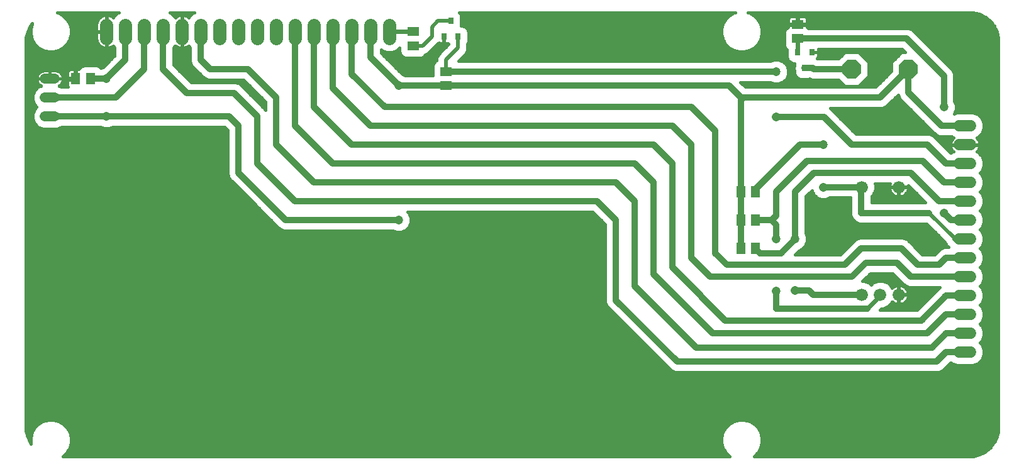
<source format=gbl>
G75*
G70*
%OFA0B0*%
%FSLAX24Y24*%
%IPPOS*%
%LPD*%
%AMOC8*
5,1,8,0,0,1.08239X$1,22.5*
%
%ADD10C,0.0700*%
%ADD11C,0.0600*%
%ADD12C,0.0660*%
%ADD13R,0.0512X0.0630*%
%ADD14OC8,0.1000*%
%ADD15C,0.0520*%
%ADD16R,0.0315X0.0354*%
%ADD17R,0.0630X0.0512*%
%ADD18C,0.0200*%
%ADD19C,0.0475*%
%ADD20C,0.0160*%
%ADD21C,0.0320*%
%ADD22C,0.0240*%
%ADD23C,0.0190*%
D10*
X004928Y023333D02*
X004928Y024033D01*
X005928Y024033D02*
X005928Y023333D01*
X006928Y023333D02*
X006928Y024033D01*
X007928Y024033D02*
X007928Y023333D01*
X008928Y023333D02*
X008928Y024033D01*
X009928Y024033D02*
X009928Y023333D01*
X010928Y023333D02*
X010928Y024033D01*
X011928Y024033D02*
X011928Y023333D01*
X012928Y023333D02*
X012928Y024033D01*
X013928Y024033D02*
X013928Y023333D01*
X014928Y023333D02*
X014928Y024033D01*
X015928Y024033D02*
X015928Y023333D01*
X016928Y023333D02*
X016928Y024033D01*
X017928Y024033D02*
X017928Y023333D01*
X018928Y023333D02*
X018928Y024033D01*
X019928Y024033D02*
X019928Y023333D01*
D11*
X050130Y018680D02*
X050730Y018680D01*
X050730Y017680D02*
X050130Y017680D01*
X050130Y016680D02*
X050730Y016680D01*
X050730Y015680D02*
X050130Y015680D01*
X050130Y014680D02*
X050730Y014680D01*
X050730Y013680D02*
X050130Y013680D01*
X050130Y012680D02*
X050730Y012680D01*
X050730Y011680D02*
X050130Y011680D01*
X050130Y010680D02*
X050730Y010680D01*
X050730Y009680D02*
X050130Y009680D01*
X050130Y008680D02*
X050730Y008680D01*
X050730Y007680D02*
X050130Y007680D01*
X050130Y006680D02*
X050730Y006680D01*
D12*
X046914Y009727D03*
X045930Y009727D03*
X044946Y009727D03*
X044946Y015436D03*
X046914Y015436D03*
D13*
X039304Y015180D03*
X038556Y015180D03*
X038556Y013680D03*
X039304Y013680D03*
X039304Y012180D03*
X038556Y012180D03*
X004074Y021180D03*
X003286Y021180D03*
D14*
X044430Y021680D03*
X047430Y021680D03*
D15*
X002190Y021180D02*
X001670Y021180D01*
X001670Y020180D02*
X002190Y020180D01*
X002190Y019180D02*
X001670Y019180D01*
D16*
X022806Y023411D03*
X023554Y023411D03*
X023180Y024238D03*
X041556Y022574D03*
X042304Y022574D03*
X041930Y021747D03*
D17*
X041555Y023306D03*
X041555Y024054D03*
X022930Y021554D03*
X022930Y020806D03*
X021180Y022931D03*
X021180Y023679D03*
D18*
X021681Y022931D02*
X022180Y023430D01*
X022180Y023930D01*
X022488Y024238D01*
X023180Y024238D01*
X022806Y023411D02*
X022806Y022806D01*
X022180Y022430D01*
X021930Y022180D01*
X022930Y022180D02*
X022930Y021554D01*
X022930Y022180D02*
X023554Y022804D01*
X023554Y023411D01*
X021681Y022931D02*
X021180Y022931D01*
X021181Y022930D01*
X041536Y022554D02*
X041555Y022573D01*
X044930Y015436D02*
X044946Y015436D01*
D19*
X045930Y015193D03*
X046430Y014805D03*
X049305Y014055D03*
X046430Y013305D03*
X042930Y015430D03*
X042930Y017680D03*
X040430Y019165D03*
X040431Y021554D03*
X045930Y018430D03*
X049305Y019680D03*
X041430Y012680D03*
X040430Y012680D03*
X040430Y009930D03*
X041430Y009942D03*
X046430Y010567D03*
X024180Y022430D03*
X022180Y022430D03*
X020430Y020805D03*
X008930Y022180D03*
X004930Y022180D03*
X004930Y021180D03*
X004930Y019180D03*
X020430Y013680D03*
D20*
X002637Y001168D02*
X002623Y001160D01*
X037952Y001160D01*
X037938Y001168D01*
X037738Y001368D01*
X037597Y001612D01*
X037524Y001884D01*
X037524Y002166D01*
X037597Y002438D01*
X037738Y002682D01*
X037938Y002882D01*
X038182Y003023D01*
X038454Y003096D01*
X038736Y003096D01*
X039008Y003023D01*
X039252Y002882D01*
X039452Y002682D01*
X039593Y002438D01*
X039666Y002166D01*
X039666Y001884D01*
X039593Y001612D01*
X039452Y001368D01*
X039252Y001168D01*
X039238Y001160D01*
X050680Y001160D01*
X050850Y001170D01*
X051182Y001245D01*
X051489Y001393D01*
X051755Y001605D01*
X051967Y001871D01*
X052115Y002178D01*
X052190Y002510D01*
X052200Y002680D01*
X052200Y023180D01*
X052190Y023350D01*
X052115Y023682D01*
X051967Y023989D01*
X051755Y024255D01*
X051489Y024467D01*
X051182Y024615D01*
X050850Y024690D01*
X050680Y024700D01*
X038920Y024700D01*
X039003Y024678D01*
X039247Y024537D01*
X039447Y024337D01*
X039588Y024093D01*
X039661Y023821D01*
X039661Y023539D01*
X039588Y023267D01*
X039447Y023023D01*
X039247Y022823D01*
X039003Y022682D01*
X038731Y022609D01*
X038449Y022609D01*
X038177Y022682D01*
X037933Y022823D01*
X037733Y023023D01*
X037592Y023267D01*
X037519Y023539D01*
X037519Y023821D01*
X037592Y024093D01*
X037733Y024337D01*
X037933Y024537D01*
X038177Y024678D01*
X038260Y024700D01*
X023618Y024700D01*
X023677Y024642D01*
X023737Y024495D01*
X023737Y023988D01*
X023791Y023988D01*
X023938Y023928D01*
X024051Y023815D01*
X024111Y023668D01*
X024111Y023155D01*
X024054Y023016D01*
X024054Y022705D01*
X023978Y022521D01*
X023571Y022114D01*
X040117Y022114D01*
X040304Y022191D01*
X040558Y022191D01*
X040792Y022094D01*
X040971Y021915D01*
X041068Y021681D01*
X041068Y021427D01*
X040971Y021193D01*
X040792Y021014D01*
X040558Y020916D01*
X040304Y020916D01*
X040117Y020994D01*
X038534Y020994D01*
X038788Y020740D01*
X045698Y020740D01*
X046530Y021572D01*
X046530Y022053D01*
X047057Y022580D01*
X047248Y022580D01*
X047081Y022748D01*
X042641Y022748D01*
X042641Y022574D01*
X042304Y022574D01*
X042304Y022574D01*
X042641Y022574D01*
X042641Y022373D01*
X042629Y022327D01*
X042606Y022286D01*
X042582Y022262D01*
X042636Y022240D01*
X043717Y022240D01*
X044057Y022580D01*
X044803Y022580D01*
X045330Y022053D01*
X045330Y021307D01*
X044803Y020780D01*
X044057Y020780D01*
X043717Y021120D01*
X042319Y021120D01*
X042183Y021176D01*
X042167Y021170D01*
X041693Y021170D01*
X041546Y021231D01*
X041433Y021343D01*
X041373Y021490D01*
X041373Y021629D01*
X041370Y021636D01*
X041370Y021858D01*
X041373Y021864D01*
X041373Y021997D01*
X041319Y021997D01*
X041172Y022057D01*
X041059Y022170D01*
X040999Y022317D01*
X040999Y022726D01*
X040901Y022823D01*
X040840Y022971D01*
X040840Y023641D01*
X040901Y023788D01*
X041013Y023901D01*
X041060Y023920D01*
X041060Y024006D01*
X041507Y024006D01*
X041507Y024102D01*
X041060Y024102D01*
X041060Y024334D01*
X041072Y024379D01*
X041096Y024420D01*
X041130Y024454D01*
X041171Y024478D01*
X041216Y024490D01*
X041507Y024490D01*
X041507Y024102D01*
X041603Y024102D01*
X042050Y024102D01*
X042050Y024334D01*
X042038Y024379D01*
X042014Y024420D01*
X041980Y024454D01*
X041939Y024478D01*
X041894Y024490D01*
X041603Y024490D01*
X041603Y024102D01*
X041603Y024006D01*
X042050Y024006D01*
X042050Y023920D01*
X042097Y023901D01*
X042130Y023868D01*
X047424Y023868D01*
X047630Y023782D01*
X047787Y023625D01*
X049780Y021632D01*
X049865Y021426D01*
X049865Y019994D01*
X049942Y019807D01*
X049942Y019553D01*
X049846Y019320D01*
X049991Y019380D01*
X050869Y019380D01*
X051127Y019273D01*
X051323Y019077D01*
X051430Y018819D01*
X051430Y018541D01*
X051323Y018283D01*
X051127Y018087D01*
X051038Y018050D01*
X051043Y018046D01*
X051096Y017993D01*
X051141Y017932D01*
X051175Y017864D01*
X051198Y017792D01*
X051210Y017718D01*
X051210Y017700D01*
X050450Y017700D01*
X050450Y017660D01*
X051210Y017660D01*
X051210Y017642D01*
X051198Y017568D01*
X051175Y017496D01*
X051141Y017428D01*
X051096Y017367D01*
X051043Y017314D01*
X051038Y017310D01*
X051127Y017273D01*
X051323Y017077D01*
X051430Y016819D01*
X051430Y016541D01*
X051323Y016283D01*
X051220Y016180D01*
X051323Y016077D01*
X051430Y015819D01*
X051430Y015541D01*
X051323Y015283D01*
X051220Y015180D01*
X051323Y015077D01*
X051430Y014819D01*
X051430Y014541D01*
X051323Y014283D01*
X051220Y014180D01*
X051323Y014077D01*
X051430Y013819D01*
X051430Y013541D01*
X051323Y013283D01*
X051220Y013180D01*
X051323Y013077D01*
X051430Y012819D01*
X051430Y012541D01*
X051323Y012283D01*
X051220Y012180D01*
X051323Y012077D01*
X051430Y011819D01*
X051430Y011541D01*
X051323Y011283D01*
X051220Y011180D01*
X051323Y011077D01*
X051430Y010819D01*
X051430Y010541D01*
X051323Y010283D01*
X051220Y010180D01*
X051323Y010077D01*
X051430Y009819D01*
X051430Y009541D01*
X051323Y009283D01*
X051220Y009180D01*
X051323Y009077D01*
X051430Y008819D01*
X051430Y008541D01*
X051323Y008283D01*
X051220Y008180D01*
X051323Y008077D01*
X051430Y007819D01*
X051430Y007541D01*
X051323Y007283D01*
X051220Y007180D01*
X051323Y007077D01*
X051430Y006819D01*
X051430Y006541D01*
X051323Y006283D01*
X051127Y006087D01*
X050869Y005980D01*
X049991Y005980D01*
X049733Y006087D01*
X049700Y006120D01*
X049662Y006120D01*
X049247Y005705D01*
X049041Y005620D01*
X035069Y005620D01*
X034863Y005705D01*
X031455Y009113D01*
X031370Y009319D01*
X031370Y013448D01*
X030698Y014120D01*
X020892Y014120D01*
X020970Y014041D01*
X021067Y013807D01*
X021067Y013553D01*
X020970Y013319D01*
X020791Y013140D01*
X020557Y013043D01*
X020303Y013043D01*
X020116Y013120D01*
X014319Y013120D01*
X014113Y013205D01*
X013955Y013363D01*
X013955Y013363D01*
X011613Y015705D01*
X011613Y015705D01*
X011455Y015863D01*
X011370Y016069D01*
X011370Y018448D01*
X011198Y018620D01*
X005244Y018620D01*
X005057Y018543D01*
X004803Y018543D01*
X004616Y018620D01*
X002563Y018620D01*
X002321Y018520D01*
X001539Y018520D01*
X001296Y018620D01*
X001110Y018806D01*
X001010Y019049D01*
X001010Y019311D01*
X001110Y019554D01*
X001237Y019680D01*
X001110Y019806D01*
X001010Y020049D01*
X001010Y020311D01*
X001110Y020554D01*
X001296Y020740D01*
X001445Y020801D01*
X001439Y020804D01*
X001383Y020844D01*
X001334Y020893D01*
X001294Y020949D01*
X001262Y021011D01*
X001241Y021077D01*
X001230Y021145D01*
X001230Y021180D01*
X001930Y021180D01*
X001930Y021180D01*
X001930Y021620D01*
X002225Y021620D01*
X002293Y021609D01*
X002359Y021588D01*
X002421Y021556D01*
X002477Y021516D01*
X002526Y021467D01*
X002566Y021411D01*
X002598Y021349D01*
X002619Y021283D01*
X002630Y021215D01*
X002630Y021180D01*
X001930Y021180D01*
X001930Y021180D01*
X001930Y021180D01*
X001930Y021620D01*
X001635Y021620D01*
X001567Y021609D01*
X001501Y021588D01*
X001439Y021556D01*
X001383Y021516D01*
X001334Y021467D01*
X001294Y021411D01*
X001262Y021349D01*
X001241Y021283D01*
X001230Y021215D01*
X001230Y021180D01*
X001930Y021180D01*
X002630Y021180D01*
X002630Y021145D01*
X002619Y021077D01*
X002598Y021011D01*
X002566Y020949D01*
X002526Y020893D01*
X002477Y020844D01*
X002421Y020804D01*
X002415Y020801D01*
X002563Y020740D01*
X002901Y020740D01*
X002886Y020755D01*
X002863Y020796D01*
X002850Y020841D01*
X002850Y021132D01*
X003238Y021132D01*
X003238Y021228D01*
X002850Y021228D01*
X002850Y021519D01*
X002863Y021564D01*
X002886Y021605D01*
X002920Y021639D01*
X002961Y021663D01*
X003007Y021675D01*
X003238Y021675D01*
X003238Y021228D01*
X003334Y021228D01*
X003334Y021675D01*
X003459Y021675D01*
X003479Y021722D01*
X003591Y021834D01*
X003738Y021895D01*
X004409Y021895D01*
X004556Y021834D01*
X004640Y021750D01*
X004756Y021798D01*
X005368Y022410D01*
X005368Y022832D01*
X005292Y022908D01*
X005281Y022936D01*
X005273Y022929D01*
X005206Y022879D01*
X005132Y022842D01*
X005052Y022816D01*
X004970Y022803D01*
X004948Y022803D01*
X004948Y023663D01*
X004908Y023663D01*
X004398Y023663D01*
X004398Y023291D01*
X004411Y023209D01*
X004437Y023129D01*
X004475Y023055D01*
X004524Y022988D01*
X004583Y022929D01*
X004650Y022879D01*
X004725Y022842D01*
X004804Y022816D01*
X004886Y022803D01*
X004908Y022803D01*
X004908Y023663D01*
X004908Y023703D01*
X004908Y024563D01*
X004886Y024563D01*
X004804Y024550D01*
X004725Y024524D01*
X004650Y024486D01*
X004583Y024437D01*
X004524Y024378D01*
X004475Y024311D01*
X004437Y024236D01*
X004411Y024157D01*
X004398Y024075D01*
X004398Y023703D01*
X004908Y023703D01*
X004948Y023703D01*
X004948Y024563D01*
X004970Y024563D01*
X005052Y024550D01*
X005132Y024524D01*
X005206Y024486D01*
X005273Y024437D01*
X005281Y024430D01*
X005292Y024458D01*
X005503Y024669D01*
X005579Y024700D01*
X002310Y024700D01*
X002393Y024678D01*
X002637Y024537D01*
X002837Y024337D01*
X002978Y024093D01*
X003051Y023821D01*
X003051Y023539D01*
X002978Y023267D01*
X002837Y023023D01*
X002637Y022823D01*
X002393Y022682D01*
X002121Y022609D01*
X001839Y022609D01*
X001567Y022682D01*
X001323Y022823D01*
X001123Y023023D01*
X000982Y023267D01*
X000909Y023539D01*
X000909Y023821D01*
X000982Y024093D01*
X000998Y024121D01*
X000893Y023989D01*
X000745Y023682D01*
X000670Y023350D01*
X000660Y023180D01*
X000660Y002680D01*
X000670Y002510D01*
X000745Y002178D01*
X000893Y001871D01*
X000923Y001834D01*
X000909Y001884D01*
X000909Y002166D01*
X000982Y002438D01*
X001123Y002682D01*
X001323Y002882D01*
X001567Y003023D01*
X001839Y003096D01*
X002121Y003096D01*
X002393Y003023D01*
X002637Y002882D01*
X002837Y002682D01*
X002978Y002438D01*
X003051Y002166D01*
X003051Y001884D01*
X002978Y001612D01*
X002837Y001368D01*
X002637Y001168D01*
X002783Y001314D02*
X037792Y001314D01*
X037678Y001473D02*
X002897Y001473D01*
X002983Y001631D02*
X037592Y001631D01*
X037550Y001790D02*
X003025Y001790D01*
X003051Y001948D02*
X037524Y001948D01*
X037524Y002107D02*
X003051Y002107D01*
X003024Y002265D02*
X037551Y002265D01*
X037593Y002424D02*
X002982Y002424D01*
X002895Y002582D02*
X037680Y002582D01*
X037797Y002741D02*
X002778Y002741D01*
X002607Y002899D02*
X037968Y002899D01*
X038312Y003058D02*
X002263Y003058D01*
X001697Y003058D02*
X000660Y003058D01*
X000660Y003216D02*
X052200Y003216D01*
X052200Y003058D02*
X038878Y003058D01*
X039222Y002899D02*
X052200Y002899D01*
X052200Y002741D02*
X039393Y002741D01*
X039510Y002582D02*
X052194Y002582D01*
X052171Y002424D02*
X039597Y002424D01*
X039639Y002265D02*
X052135Y002265D01*
X052080Y002107D02*
X039666Y002107D01*
X039666Y001948D02*
X052004Y001948D01*
X051902Y001790D02*
X039640Y001790D01*
X039598Y001631D02*
X051775Y001631D01*
X051588Y001473D02*
X039512Y001473D01*
X039398Y001314D02*
X051325Y001314D01*
X052200Y003375D02*
X000660Y003375D01*
X000660Y003533D02*
X052200Y003533D01*
X052200Y003692D02*
X000660Y003692D01*
X000660Y003850D02*
X052200Y003850D01*
X052200Y004009D02*
X000660Y004009D01*
X000660Y004167D02*
X052200Y004167D01*
X052200Y004326D02*
X000660Y004326D01*
X000660Y004484D02*
X052200Y004484D01*
X052200Y004643D02*
X000660Y004643D01*
X000660Y004801D02*
X052200Y004801D01*
X052200Y004960D02*
X000660Y004960D01*
X000660Y005118D02*
X052200Y005118D01*
X052200Y005277D02*
X000660Y005277D01*
X000660Y005435D02*
X052200Y005435D01*
X052200Y005594D02*
X000660Y005594D01*
X000660Y005752D02*
X034816Y005752D01*
X034658Y005911D02*
X000660Y005911D01*
X000660Y006069D02*
X034499Y006069D01*
X034341Y006228D02*
X000660Y006228D01*
X000660Y006386D02*
X034182Y006386D01*
X034024Y006545D02*
X000660Y006545D01*
X000660Y006703D02*
X033865Y006703D01*
X033707Y006862D02*
X000660Y006862D01*
X000660Y007020D02*
X033548Y007020D01*
X033390Y007179D02*
X000660Y007179D01*
X000660Y007337D02*
X033231Y007337D01*
X033073Y007496D02*
X000660Y007496D01*
X000660Y007654D02*
X032914Y007654D01*
X032756Y007813D02*
X000660Y007813D01*
X000660Y007971D02*
X032597Y007971D01*
X032439Y008130D02*
X000660Y008130D01*
X000660Y008288D02*
X032280Y008288D01*
X032122Y008447D02*
X000660Y008447D01*
X000660Y008605D02*
X031963Y008605D01*
X031805Y008764D02*
X000660Y008764D01*
X000660Y008922D02*
X031646Y008922D01*
X031488Y009081D02*
X000660Y009081D01*
X000660Y009239D02*
X031403Y009239D01*
X031370Y009398D02*
X000660Y009398D01*
X000660Y009556D02*
X031370Y009556D01*
X031370Y009715D02*
X000660Y009715D01*
X000660Y009873D02*
X031370Y009873D01*
X031370Y010032D02*
X000660Y010032D01*
X000660Y010190D02*
X031370Y010190D01*
X031370Y010349D02*
X000660Y010349D01*
X000660Y010507D02*
X031370Y010507D01*
X031370Y010666D02*
X000660Y010666D01*
X000660Y010824D02*
X031370Y010824D01*
X031370Y010983D02*
X000660Y010983D01*
X000660Y011141D02*
X031370Y011141D01*
X031370Y011300D02*
X000660Y011300D01*
X000660Y011458D02*
X031370Y011458D01*
X031370Y011617D02*
X000660Y011617D01*
X000660Y011775D02*
X031370Y011775D01*
X031370Y011934D02*
X000660Y011934D01*
X000660Y012092D02*
X031370Y012092D01*
X031370Y012251D02*
X000660Y012251D01*
X000660Y012409D02*
X031370Y012409D01*
X031370Y012568D02*
X000660Y012568D01*
X000660Y012726D02*
X031370Y012726D01*
X031370Y012885D02*
X000660Y012885D01*
X000660Y013043D02*
X020302Y013043D01*
X020558Y013043D02*
X031370Y013043D01*
X031370Y013202D02*
X020853Y013202D01*
X020987Y013360D02*
X031370Y013360D01*
X031300Y013519D02*
X021053Y013519D01*
X021067Y013677D02*
X031141Y013677D01*
X030983Y013836D02*
X021056Y013836D01*
X020990Y013994D02*
X030824Y013994D01*
X041407Y011865D02*
X041604Y012062D01*
X041791Y012140D01*
X041970Y012319D01*
X042067Y012553D01*
X042067Y012807D01*
X041990Y012994D01*
X041990Y014948D01*
X042308Y015266D01*
X042390Y015069D01*
X042569Y014890D01*
X042803Y014793D01*
X043057Y014793D01*
X043258Y014876D01*
X044370Y014876D01*
X044370Y013944D01*
X044455Y013738D01*
X044613Y013580D01*
X044819Y013495D01*
X048395Y013495D01*
X049370Y012520D01*
X049435Y012363D01*
X049558Y012240D01*
X049319Y012240D01*
X049113Y012155D01*
X048823Y011865D01*
X048162Y011865D01*
X047372Y012655D01*
X047166Y012740D01*
X044819Y012740D01*
X044613Y012655D01*
X044455Y012497D01*
X043823Y011865D01*
X041407Y011865D01*
X041475Y011934D02*
X043892Y011934D01*
X044050Y012092D02*
X041676Y012092D01*
X041902Y012251D02*
X044209Y012251D01*
X044367Y012409D02*
X042008Y012409D01*
X042067Y012568D02*
X044526Y012568D01*
X044785Y012726D02*
X042067Y012726D01*
X042035Y012885D02*
X049005Y012885D01*
X048847Y013043D02*
X041990Y013043D01*
X041990Y013202D02*
X048688Y013202D01*
X048530Y013360D02*
X041990Y013360D01*
X041990Y013519D02*
X044762Y013519D01*
X044516Y013677D02*
X041990Y013677D01*
X041990Y013836D02*
X044415Y013836D01*
X044370Y013994D02*
X041990Y013994D01*
X041990Y014153D02*
X044370Y014153D01*
X044370Y014311D02*
X041990Y014311D01*
X041990Y014470D02*
X044370Y014470D01*
X044370Y014628D02*
X041990Y014628D01*
X041990Y014787D02*
X044370Y014787D01*
X045490Y014787D02*
X048157Y014787D01*
X048315Y014628D02*
X045490Y014628D01*
X045490Y014615D02*
X045490Y014948D01*
X045565Y015022D01*
X045676Y015291D01*
X045676Y015581D01*
X045660Y015620D01*
X046438Y015620D01*
X046417Y015555D01*
X046404Y015476D01*
X046404Y015454D01*
X046896Y015454D01*
X046896Y015417D01*
X046933Y015417D01*
X046933Y015454D01*
X047424Y015454D01*
X047424Y015476D01*
X047416Y015527D01*
X048328Y014615D01*
X045490Y014615D01*
X045490Y014945D02*
X046775Y014945D01*
X046795Y014938D02*
X046874Y014926D01*
X046896Y014926D01*
X046896Y015417D01*
X046404Y015417D01*
X046404Y015396D01*
X046417Y015316D01*
X046442Y015240D01*
X046478Y015169D01*
X046525Y015104D01*
X046582Y015047D01*
X046647Y015000D01*
X046718Y014963D01*
X046795Y014938D01*
X046896Y014945D02*
X046933Y014945D01*
X046933Y014926D02*
X046954Y014926D01*
X047034Y014938D01*
X047110Y014963D01*
X047182Y015000D01*
X047246Y015047D01*
X047303Y015104D01*
X047350Y015169D01*
X047387Y015240D01*
X047412Y015316D01*
X047424Y015396D01*
X047424Y015417D01*
X046933Y015417D01*
X046933Y014926D01*
X047054Y014945D02*
X047998Y014945D01*
X047840Y015104D02*
X047303Y015104D01*
X047394Y015262D02*
X047681Y015262D01*
X047523Y015421D02*
X046933Y015421D01*
X046896Y015421D02*
X045676Y015421D01*
X045676Y015579D02*
X046425Y015579D01*
X046435Y015262D02*
X045664Y015262D01*
X045598Y015104D02*
X046525Y015104D01*
X046896Y015104D02*
X046933Y015104D01*
X046933Y015262D02*
X046896Y015262D01*
X049579Y017323D02*
X049809Y017323D01*
X049817Y017314D02*
X049822Y017310D01*
X049733Y017273D01*
X049700Y017240D01*
X049662Y017240D01*
X048905Y017997D01*
X048905Y017997D01*
X048747Y018155D01*
X048541Y018240D01*
X044662Y018240D01*
X043420Y019482D01*
X043282Y019620D01*
X046041Y019620D01*
X046247Y019705D01*
X046871Y020329D01*
X046908Y020239D01*
X046955Y020125D01*
X047011Y020070D01*
X048718Y018363D01*
X048718Y018363D01*
X048765Y018316D01*
X048875Y018205D01*
X048875Y018205D01*
X048970Y018166D01*
X049081Y018120D01*
X049081Y018120D01*
X049081Y018120D01*
X049191Y018120D01*
X049304Y018120D01*
X049700Y018120D01*
X049733Y018087D01*
X049822Y018050D01*
X049817Y018046D01*
X049764Y017993D01*
X049719Y017932D01*
X049685Y017864D01*
X049662Y017792D01*
X049650Y017718D01*
X049650Y017700D01*
X050410Y017700D01*
X050410Y017660D01*
X049650Y017660D01*
X049650Y017642D01*
X049662Y017568D01*
X049685Y017496D01*
X049719Y017428D01*
X049764Y017367D01*
X049817Y017314D01*
X049693Y017481D02*
X049421Y017481D01*
X049262Y017640D02*
X049650Y017640D01*
X049664Y017798D02*
X049104Y017798D01*
X048945Y017957D02*
X049738Y017957D01*
X049705Y018115D02*
X048787Y018115D01*
X048875Y018205D02*
X048875Y018205D01*
X048807Y018274D02*
X044628Y018274D01*
X044470Y018432D02*
X048648Y018432D01*
X048490Y018591D02*
X044311Y018591D01*
X044153Y018749D02*
X048332Y018749D01*
X048173Y018908D02*
X043994Y018908D01*
X043836Y019066D02*
X048015Y019066D01*
X047856Y019225D02*
X043677Y019225D01*
X043519Y019383D02*
X047698Y019383D01*
X047539Y019542D02*
X043360Y019542D01*
X044028Y020810D02*
X038718Y020810D01*
X038560Y020968D02*
X040180Y020968D01*
X040682Y020968D02*
X043869Y020968D01*
X044832Y020810D02*
X045768Y020810D01*
X045926Y020968D02*
X044991Y020968D01*
X045149Y021127D02*
X046085Y021127D01*
X046243Y021285D02*
X045308Y021285D01*
X045330Y021444D02*
X046402Y021444D01*
X046530Y021602D02*
X045330Y021602D01*
X045330Y021761D02*
X046530Y021761D01*
X046530Y021919D02*
X045330Y021919D01*
X045305Y022078D02*
X046555Y022078D01*
X046713Y022236D02*
X045147Y022236D01*
X044988Y022395D02*
X046872Y022395D01*
X047030Y022553D02*
X044830Y022553D01*
X044030Y022553D02*
X042641Y022553D01*
X042641Y022395D02*
X043872Y022395D01*
X042641Y022712D02*
X047117Y022712D01*
X048225Y023187D02*
X052200Y023187D01*
X052200Y023029D02*
X048383Y023029D01*
X048542Y022870D02*
X052200Y022870D01*
X052200Y022712D02*
X048700Y022712D01*
X048859Y022553D02*
X052200Y022553D01*
X052200Y022395D02*
X049017Y022395D01*
X049176Y022236D02*
X052200Y022236D01*
X052200Y022078D02*
X049334Y022078D01*
X049493Y021919D02*
X052200Y021919D01*
X052200Y021761D02*
X049651Y021761D01*
X049792Y021602D02*
X052200Y021602D01*
X052200Y021444D02*
X049858Y021444D01*
X049865Y021285D02*
X052200Y021285D01*
X052200Y021127D02*
X049865Y021127D01*
X049865Y020968D02*
X052200Y020968D01*
X052200Y020810D02*
X049865Y020810D01*
X049865Y020651D02*
X052200Y020651D01*
X052200Y020493D02*
X049865Y020493D01*
X049865Y020334D02*
X052200Y020334D01*
X052200Y020176D02*
X049865Y020176D01*
X049865Y020017D02*
X052200Y020017D01*
X052200Y019859D02*
X049921Y019859D01*
X049942Y019700D02*
X052200Y019700D01*
X052200Y019542D02*
X049938Y019542D01*
X049872Y019383D02*
X052200Y019383D01*
X052200Y019225D02*
X051175Y019225D01*
X051328Y019066D02*
X052200Y019066D01*
X052200Y018908D02*
X051393Y018908D01*
X051430Y018749D02*
X052200Y018749D01*
X052200Y018591D02*
X051430Y018591D01*
X051385Y018432D02*
X052200Y018432D01*
X052200Y018274D02*
X051313Y018274D01*
X051155Y018115D02*
X052200Y018115D01*
X052200Y017957D02*
X051122Y017957D01*
X051196Y017798D02*
X052200Y017798D01*
X052200Y017640D02*
X051210Y017640D01*
X051167Y017481D02*
X052200Y017481D01*
X052200Y017323D02*
X051051Y017323D01*
X051236Y017164D02*
X052200Y017164D01*
X052200Y017006D02*
X051353Y017006D01*
X051418Y016847D02*
X052200Y016847D01*
X052200Y016689D02*
X051430Y016689D01*
X051426Y016530D02*
X052200Y016530D01*
X052200Y016372D02*
X051360Y016372D01*
X051253Y016213D02*
X052200Y016213D01*
X052200Y016055D02*
X051333Y016055D01*
X051398Y015896D02*
X052200Y015896D01*
X052200Y015738D02*
X051430Y015738D01*
X051430Y015579D02*
X052200Y015579D01*
X052200Y015421D02*
X051380Y015421D01*
X051302Y015262D02*
X052200Y015262D01*
X052200Y015104D02*
X051296Y015104D01*
X051378Y014945D02*
X052200Y014945D01*
X052200Y014787D02*
X051430Y014787D01*
X051430Y014628D02*
X052200Y014628D01*
X052200Y014470D02*
X051400Y014470D01*
X051335Y014311D02*
X052200Y014311D01*
X052200Y014153D02*
X051247Y014153D01*
X051358Y013994D02*
X052200Y013994D01*
X052200Y013836D02*
X051423Y013836D01*
X051430Y013677D02*
X052200Y013677D01*
X052200Y013519D02*
X051421Y013519D01*
X051355Y013360D02*
X052200Y013360D01*
X052200Y013202D02*
X051241Y013202D01*
X051337Y013043D02*
X052200Y013043D01*
X052200Y012885D02*
X051403Y012885D01*
X051430Y012726D02*
X052200Y012726D01*
X052200Y012568D02*
X051430Y012568D01*
X051375Y012409D02*
X052200Y012409D01*
X052200Y012251D02*
X051290Y012251D01*
X051308Y012092D02*
X052200Y012092D01*
X052200Y011934D02*
X051383Y011934D01*
X051430Y011775D02*
X052200Y011775D01*
X052200Y011617D02*
X051430Y011617D01*
X051396Y011458D02*
X052200Y011458D01*
X052200Y011300D02*
X051330Y011300D01*
X051259Y011141D02*
X052200Y011141D01*
X052200Y010983D02*
X051362Y010983D01*
X051428Y010824D02*
X052200Y010824D01*
X052200Y010666D02*
X051430Y010666D01*
X051416Y010507D02*
X052200Y010507D01*
X052200Y010349D02*
X051350Y010349D01*
X051230Y010190D02*
X052200Y010190D01*
X052200Y010032D02*
X051342Y010032D01*
X051408Y009873D02*
X052200Y009873D01*
X052200Y009715D02*
X051430Y009715D01*
X051430Y009556D02*
X052200Y009556D01*
X052200Y009398D02*
X051371Y009398D01*
X051279Y009239D02*
X052200Y009239D01*
X052200Y009081D02*
X051319Y009081D01*
X051387Y008922D02*
X052200Y008922D01*
X052200Y008764D02*
X051430Y008764D01*
X051430Y008605D02*
X052200Y008605D01*
X052200Y008447D02*
X051391Y008447D01*
X051325Y008288D02*
X052200Y008288D01*
X052200Y008130D02*
X051270Y008130D01*
X051367Y007971D02*
X052200Y007971D01*
X052200Y007813D02*
X051430Y007813D01*
X051430Y007654D02*
X052200Y007654D01*
X052200Y007496D02*
X051411Y007496D01*
X051346Y007337D02*
X052200Y007337D01*
X052200Y007179D02*
X051221Y007179D01*
X051347Y007020D02*
X052200Y007020D01*
X052200Y006862D02*
X051412Y006862D01*
X051430Y006703D02*
X052200Y006703D01*
X052200Y006545D02*
X051430Y006545D01*
X051366Y006386D02*
X052200Y006386D01*
X052200Y006228D02*
X051267Y006228D01*
X051084Y006069D02*
X052200Y006069D01*
X052200Y005911D02*
X049452Y005911D01*
X049611Y006069D02*
X049776Y006069D01*
X049294Y005752D02*
X052200Y005752D01*
X047886Y008928D02*
X045913Y008928D01*
X045983Y008997D01*
X046075Y008997D01*
X046344Y009108D01*
X046549Y009314D01*
X046566Y009354D01*
X046582Y009338D01*
X046647Y009291D01*
X046718Y009255D01*
X046795Y009230D01*
X046874Y009217D01*
X046896Y009217D01*
X046896Y009709D01*
X046933Y009709D01*
X046933Y009746D01*
X047424Y009746D01*
X047424Y009767D01*
X047412Y009847D01*
X047387Y009923D01*
X047350Y009995D01*
X047303Y010059D01*
X047246Y010116D01*
X047182Y010163D01*
X047110Y010200D01*
X047034Y010225D01*
X046954Y010237D01*
X046933Y010237D01*
X046933Y009746D01*
X046896Y009746D01*
X046896Y010237D01*
X046874Y010237D01*
X046795Y010225D01*
X046718Y010200D01*
X046647Y010163D01*
X046582Y010116D01*
X046566Y010100D01*
X046549Y010141D01*
X046344Y010346D01*
X046075Y010457D01*
X045785Y010457D01*
X045516Y010346D01*
X045438Y010267D01*
X045359Y010346D01*
X045091Y010457D01*
X044999Y010457D01*
X045412Y010870D01*
X046573Y010870D01*
X047080Y010363D01*
X047080Y010363D01*
X047238Y010205D01*
X047444Y010120D01*
X049078Y010120D01*
X049071Y010113D01*
X047886Y008928D01*
X048039Y009081D02*
X046276Y009081D01*
X046474Y009239D02*
X046766Y009239D01*
X046896Y009239D02*
X046933Y009239D01*
X046933Y009217D02*
X046954Y009217D01*
X047034Y009230D01*
X047110Y009255D01*
X047182Y009291D01*
X047246Y009338D01*
X047303Y009395D01*
X047350Y009460D01*
X047387Y009531D01*
X047412Y009608D01*
X047424Y009687D01*
X047424Y009709D01*
X046933Y009709D01*
X046933Y009217D01*
X047062Y009239D02*
X048197Y009239D01*
X048356Y009398D02*
X047305Y009398D01*
X047395Y009556D02*
X048514Y009556D01*
X048673Y009715D02*
X046933Y009715D01*
X046933Y009873D02*
X046896Y009873D01*
X046896Y010032D02*
X046933Y010032D01*
X046933Y010190D02*
X046896Y010190D01*
X046699Y010190D02*
X046500Y010190D01*
X046338Y010349D02*
X047095Y010349D01*
X047129Y010190D02*
X047275Y010190D01*
X047324Y010032D02*
X048990Y010032D01*
X048831Y009873D02*
X047403Y009873D01*
X046933Y009556D02*
X046896Y009556D01*
X046896Y009398D02*
X046933Y009398D01*
X045930Y009680D02*
X045930Y009727D01*
X045522Y010349D02*
X045353Y010349D01*
X045049Y010507D02*
X046936Y010507D01*
X046778Y010666D02*
X045207Y010666D01*
X045366Y010824D02*
X046619Y010824D01*
X047935Y012092D02*
X049050Y012092D01*
X048892Y011934D02*
X048093Y011934D01*
X047776Y012251D02*
X049548Y012251D01*
X049416Y012409D02*
X047618Y012409D01*
X047459Y012568D02*
X049322Y012568D01*
X049164Y012726D02*
X047200Y012726D01*
X042513Y014945D02*
X041990Y014945D01*
X042145Y015104D02*
X042375Y015104D01*
X042310Y015262D02*
X042304Y015262D01*
X049304Y018120D02*
X049304Y018120D01*
X047381Y019700D02*
X046235Y019700D01*
X046400Y019859D02*
X047222Y019859D01*
X047064Y020017D02*
X046559Y020017D01*
X046717Y020176D02*
X046934Y020176D01*
X046955Y020125D02*
X046955Y020125D01*
X046955Y020125D01*
X042303Y021127D02*
X040905Y021127D01*
X041010Y021285D02*
X041492Y021285D01*
X041392Y021444D02*
X041068Y021444D01*
X041068Y021602D02*
X041373Y021602D01*
X041370Y021761D02*
X041035Y021761D01*
X040967Y021919D02*
X041373Y021919D01*
X041152Y022078D02*
X040809Y022078D01*
X041032Y022236D02*
X023693Y022236D01*
X023852Y022395D02*
X040999Y022395D01*
X040999Y022553D02*
X023991Y022553D01*
X024054Y022712D02*
X038126Y022712D01*
X037886Y022870D02*
X024054Y022870D01*
X024059Y023029D02*
X037730Y023029D01*
X037638Y023187D02*
X024111Y023187D01*
X024111Y023346D02*
X037571Y023346D01*
X037529Y023504D02*
X024111Y023504D01*
X024111Y023663D02*
X037519Y023663D01*
X037519Y023821D02*
X024045Y023821D01*
X023813Y023980D02*
X037562Y023980D01*
X037618Y024138D02*
X023737Y024138D01*
X023737Y024297D02*
X037710Y024297D01*
X037851Y024455D02*
X023737Y024455D01*
X023688Y024614D02*
X038066Y024614D01*
X039114Y024614D02*
X051184Y024614D01*
X051504Y024455D02*
X041979Y024455D01*
X042050Y024297D02*
X051702Y024297D01*
X051848Y024138D02*
X042050Y024138D01*
X042050Y023980D02*
X051971Y023980D01*
X052048Y023821D02*
X047536Y023821D01*
X047749Y023663D02*
X052119Y023663D01*
X052155Y023504D02*
X047908Y023504D01*
X048066Y023346D02*
X052191Y023346D01*
X041603Y024138D02*
X041507Y024138D01*
X041507Y024297D02*
X041603Y024297D01*
X041603Y024455D02*
X041507Y024455D01*
X041131Y024455D02*
X039329Y024455D01*
X039470Y024297D02*
X041060Y024297D01*
X041060Y024138D02*
X039562Y024138D01*
X039618Y023980D02*
X041060Y023980D01*
X040934Y023821D02*
X039661Y023821D01*
X039661Y023663D02*
X040849Y023663D01*
X040840Y023504D02*
X039651Y023504D01*
X039609Y023346D02*
X040840Y023346D01*
X040840Y023187D02*
X039542Y023187D01*
X039450Y023029D02*
X040840Y023029D01*
X040882Y022870D02*
X039294Y022870D01*
X039054Y022712D02*
X040999Y022712D01*
X041556Y022574D02*
X041555Y022573D01*
X023054Y023011D02*
X022647Y022604D01*
X022506Y022463D01*
X022430Y022279D01*
X022430Y022166D01*
X022388Y022149D01*
X022276Y022037D01*
X022215Y021889D01*
X022215Y021366D01*
X020917Y021366D01*
X020916Y021366D01*
X020805Y021366D01*
X020741Y021366D01*
X020604Y021423D01*
X019488Y022539D01*
X019488Y022712D01*
X019503Y022697D01*
X019779Y022583D01*
X020077Y022583D01*
X020353Y022697D01*
X020465Y022809D01*
X020465Y022596D01*
X020526Y022448D01*
X020638Y022336D01*
X020785Y022275D01*
X021575Y022275D01*
X021722Y022336D01*
X021834Y022448D01*
X021836Y022454D01*
X021964Y022507D01*
X022463Y023006D01*
X022544Y023087D01*
X022579Y023066D01*
X022625Y023054D01*
X022806Y023054D01*
X022987Y023054D01*
X023033Y023066D01*
X023033Y023066D01*
X023054Y023016D01*
X023054Y023011D01*
X023049Y023029D02*
X022486Y023029D01*
X022327Y022870D02*
X022913Y022870D01*
X022806Y023054D02*
X022806Y023411D01*
X022806Y023411D01*
X022806Y023054D01*
X022806Y023187D02*
X022806Y023187D01*
X022806Y023346D02*
X022806Y023346D01*
X022754Y022712D02*
X022169Y022712D01*
X022010Y022553D02*
X022596Y022553D01*
X022478Y022395D02*
X021780Y022395D01*
X022317Y022078D02*
X019949Y022078D01*
X019791Y022236D02*
X022430Y022236D01*
X022227Y021919D02*
X020108Y021919D01*
X020266Y021761D02*
X022215Y021761D01*
X022215Y021602D02*
X020425Y021602D01*
X020583Y021444D02*
X022215Y021444D01*
X020580Y022395D02*
X019632Y022395D01*
X019488Y022553D02*
X020483Y022553D01*
X020465Y022712D02*
X020367Y022712D01*
X019489Y022712D02*
X019488Y022712D01*
X017930Y023681D02*
X017928Y023683D01*
X012350Y020968D02*
X011844Y020968D01*
X011791Y020990D02*
X011569Y020990D01*
X009412Y020990D01*
X008490Y021912D01*
X008490Y022791D01*
X008488Y022796D01*
X008488Y022832D01*
X008564Y022908D01*
X008575Y022936D01*
X008583Y022929D01*
X008650Y022879D01*
X008725Y022842D01*
X008804Y022816D01*
X008886Y022803D01*
X008908Y022803D01*
X008908Y023663D01*
X008948Y023663D01*
X008948Y022803D01*
X008970Y022803D01*
X009052Y022816D01*
X009132Y022842D01*
X009206Y022879D01*
X009273Y022929D01*
X009281Y022936D01*
X009292Y022908D01*
X009368Y022832D01*
X009368Y022071D01*
X009453Y021865D01*
X009955Y021363D01*
X010113Y021205D01*
X010319Y021120D01*
X012198Y021120D01*
X013370Y019948D01*
X013370Y019532D01*
X013247Y019655D01*
X011997Y020905D01*
X011791Y020990D01*
X012092Y020810D02*
X012509Y020810D01*
X012667Y020651D02*
X012251Y020651D01*
X012409Y020493D02*
X012826Y020493D01*
X012984Y020334D02*
X012568Y020334D01*
X012726Y020176D02*
X013143Y020176D01*
X013301Y020017D02*
X012885Y020017D01*
X013043Y019859D02*
X013370Y019859D01*
X013370Y019700D02*
X013202Y019700D01*
X013360Y019542D02*
X013370Y019542D01*
X011370Y018432D02*
X000660Y018432D01*
X000660Y018274D02*
X011370Y018274D01*
X011370Y018115D02*
X000660Y018115D01*
X000660Y017957D02*
X011370Y017957D01*
X011370Y017798D02*
X000660Y017798D01*
X000660Y017640D02*
X011370Y017640D01*
X011370Y017481D02*
X000660Y017481D01*
X000660Y017323D02*
X011370Y017323D01*
X011370Y017164D02*
X000660Y017164D01*
X000660Y017006D02*
X011370Y017006D01*
X011370Y016847D02*
X000660Y016847D01*
X000660Y016689D02*
X011370Y016689D01*
X011370Y016530D02*
X000660Y016530D01*
X000660Y016372D02*
X011370Y016372D01*
X011370Y016213D02*
X000660Y016213D01*
X000660Y016055D02*
X011376Y016055D01*
X011441Y015896D02*
X000660Y015896D01*
X000660Y015738D02*
X011581Y015738D01*
X011739Y015579D02*
X000660Y015579D01*
X000660Y015421D02*
X011898Y015421D01*
X012056Y015262D02*
X000660Y015262D01*
X000660Y015104D02*
X012215Y015104D01*
X012373Y014945D02*
X000660Y014945D01*
X000660Y014787D02*
X012532Y014787D01*
X012690Y014628D02*
X000660Y014628D01*
X000660Y014470D02*
X012849Y014470D01*
X013007Y014311D02*
X000660Y014311D01*
X000660Y014153D02*
X013166Y014153D01*
X013324Y013994D02*
X000660Y013994D01*
X000660Y013836D02*
X013483Y013836D01*
X013641Y013677D02*
X000660Y013677D01*
X000660Y013519D02*
X013800Y013519D01*
X013958Y013360D02*
X000660Y013360D01*
X000660Y013202D02*
X014122Y013202D01*
X011228Y018591D02*
X005173Y018591D01*
X004687Y018591D02*
X002492Y018591D01*
X001368Y018591D02*
X000660Y018591D01*
X000660Y018749D02*
X001168Y018749D01*
X001068Y018908D02*
X000660Y018908D01*
X000660Y019066D02*
X001010Y019066D01*
X001010Y019225D02*
X000660Y019225D01*
X000660Y019383D02*
X001040Y019383D01*
X001105Y019542D02*
X000660Y019542D01*
X000660Y019700D02*
X001217Y019700D01*
X001089Y019859D02*
X000660Y019859D01*
X000660Y020017D02*
X001023Y020017D01*
X001010Y020176D02*
X000660Y020176D01*
X000660Y020334D02*
X001019Y020334D01*
X001085Y020493D02*
X000660Y020493D01*
X000660Y020651D02*
X001208Y020651D01*
X001431Y020810D02*
X000660Y020810D01*
X000660Y020968D02*
X001284Y020968D01*
X001233Y021127D02*
X000660Y021127D01*
X000660Y021285D02*
X001241Y021285D01*
X001318Y021444D02*
X000660Y021444D01*
X000660Y021602D02*
X001545Y021602D01*
X001930Y021602D02*
X001930Y021602D01*
X001930Y021444D02*
X001930Y021444D01*
X001930Y021285D02*
X001930Y021285D01*
X002315Y021602D02*
X002884Y021602D01*
X002850Y021444D02*
X002542Y021444D01*
X002619Y021285D02*
X002850Y021285D01*
X002850Y021127D02*
X002627Y021127D01*
X002576Y020968D02*
X002850Y020968D01*
X002859Y020810D02*
X002429Y020810D01*
X003238Y021285D02*
X003334Y021285D01*
X003334Y021444D02*
X003238Y021444D01*
X003238Y021602D02*
X003334Y021602D01*
X003518Y021761D02*
X000660Y021761D01*
X000660Y021919D02*
X004877Y021919D01*
X005036Y022078D02*
X000660Y022078D01*
X000660Y022236D02*
X005194Y022236D01*
X005353Y022395D02*
X000660Y022395D01*
X000660Y022553D02*
X005368Y022553D01*
X005368Y022712D02*
X002444Y022712D01*
X002684Y022870D02*
X004669Y022870D01*
X004494Y023029D02*
X002840Y023029D01*
X002932Y023187D02*
X004418Y023187D01*
X004398Y023346D02*
X002999Y023346D01*
X003041Y023504D02*
X004398Y023504D01*
X004398Y023663D02*
X003051Y023663D01*
X003051Y023821D02*
X004398Y023821D01*
X004398Y023980D02*
X003008Y023980D01*
X002952Y024138D02*
X004408Y024138D01*
X004468Y024297D02*
X002860Y024297D01*
X002719Y024455D02*
X004608Y024455D01*
X004908Y024455D02*
X004948Y024455D01*
X004948Y024297D02*
X004908Y024297D01*
X004908Y024138D02*
X004948Y024138D01*
X004948Y023980D02*
X004908Y023980D01*
X004908Y023821D02*
X004948Y023821D01*
X004948Y023663D02*
X004908Y023663D01*
X004908Y023504D02*
X004948Y023504D01*
X004948Y023346D02*
X004908Y023346D01*
X004908Y023187D02*
X004948Y023187D01*
X004948Y023029D02*
X004908Y023029D01*
X004908Y022870D02*
X004948Y022870D01*
X005187Y022870D02*
X005330Y022870D01*
X006928Y023683D02*
X006930Y023681D01*
X008353Y024669D02*
X008564Y024458D01*
X008575Y024430D01*
X008583Y024437D01*
X008650Y024486D01*
X008725Y024524D01*
X008804Y024550D01*
X008886Y024563D01*
X008908Y024563D01*
X008908Y023703D01*
X008948Y023703D01*
X008948Y024563D01*
X008970Y024563D01*
X009052Y024550D01*
X009132Y024524D01*
X009206Y024486D01*
X009273Y024437D01*
X009281Y024430D01*
X009292Y024458D01*
X009503Y024669D01*
X009579Y024700D01*
X008277Y024700D01*
X008353Y024669D01*
X008408Y024614D02*
X009448Y024614D01*
X009291Y024455D02*
X009249Y024455D01*
X008948Y024455D02*
X008908Y024455D01*
X008908Y024297D02*
X008948Y024297D01*
X008948Y024138D02*
X008908Y024138D01*
X008908Y023980D02*
X008948Y023980D01*
X008948Y023821D02*
X008908Y023821D01*
X008908Y023663D02*
X008948Y023663D01*
X008948Y023504D02*
X008908Y023504D01*
X008908Y023346D02*
X008948Y023346D01*
X008948Y023187D02*
X008908Y023187D01*
X008908Y023029D02*
X008948Y023029D01*
X008948Y022870D02*
X008908Y022870D01*
X008669Y022870D02*
X008526Y022870D01*
X008490Y022712D02*
X009368Y022712D01*
X009368Y022553D02*
X008490Y022553D01*
X008490Y022395D02*
X009368Y022395D01*
X009368Y022236D02*
X008490Y022236D01*
X008490Y022078D02*
X009368Y022078D01*
X009431Y021919D02*
X008490Y021919D01*
X008641Y021761D02*
X009558Y021761D01*
X009716Y021602D02*
X008800Y021602D01*
X008958Y021444D02*
X009875Y021444D01*
X010033Y021285D02*
X009117Y021285D01*
X009275Y021127D02*
X010303Y021127D01*
X007930Y022680D02*
X007928Y022682D01*
X009187Y022870D02*
X009330Y022870D01*
X008608Y024455D02*
X008565Y024455D01*
X005448Y024614D02*
X002504Y024614D01*
X000952Y023980D02*
X000889Y023980D01*
X000909Y023821D02*
X000812Y023821D01*
X000741Y023663D02*
X000909Y023663D01*
X000919Y023504D02*
X000705Y023504D01*
X000669Y023346D02*
X000961Y023346D01*
X001028Y023187D02*
X000660Y023187D01*
X000660Y023029D02*
X001120Y023029D01*
X001276Y022870D02*
X000660Y022870D01*
X000660Y022712D02*
X001516Y022712D01*
X004630Y021761D02*
X004666Y021761D01*
X005249Y024455D02*
X005291Y024455D01*
X001353Y002899D02*
X000660Y002899D01*
X000660Y002741D02*
X001182Y002741D01*
X001065Y002582D02*
X000666Y002582D01*
X000689Y002424D02*
X000978Y002424D01*
X000936Y002265D02*
X000725Y002265D01*
X000780Y002107D02*
X000909Y002107D01*
X000909Y001948D02*
X000856Y001948D01*
D21*
X014430Y013680D02*
X020430Y013680D01*
X015930Y015680D02*
X031930Y015680D01*
X032930Y014680D01*
X032930Y010180D01*
X036180Y006930D01*
X048680Y006930D01*
X049430Y007680D01*
X050430Y007680D01*
X050430Y006680D02*
X049430Y006680D01*
X048930Y006180D01*
X035180Y006180D01*
X031930Y009430D01*
X031930Y013680D01*
X030930Y014680D01*
X014930Y014680D01*
X012930Y016680D01*
X012930Y019180D01*
X011680Y020430D01*
X009180Y020430D01*
X007930Y021680D01*
X007930Y022680D01*
X007928Y022682D02*
X007928Y023683D01*
X006930Y023681D02*
X006930Y021680D01*
X005430Y020180D01*
X001930Y020180D01*
X001930Y019180D02*
X004930Y019180D01*
X011430Y019180D01*
X011930Y018680D01*
X011930Y016180D01*
X014430Y013680D01*
X015930Y015680D02*
X013930Y017680D01*
X013930Y020180D01*
X012430Y021680D01*
X010430Y021680D01*
X009928Y022182D01*
X009928Y023683D01*
X005928Y023683D02*
X005928Y022178D01*
X004930Y021180D01*
X004074Y021180D01*
X014928Y018682D02*
X016930Y016680D01*
X032930Y016680D01*
X033930Y015680D01*
X033930Y010805D01*
X037055Y007680D01*
X048430Y007680D01*
X049430Y008680D01*
X050430Y008680D01*
X050430Y009680D02*
X049430Y009680D01*
X048117Y008368D01*
X037730Y008368D01*
X036470Y009627D01*
X036430Y009680D01*
X034930Y011180D01*
X034930Y016680D01*
X033930Y017680D01*
X017930Y017680D01*
X015928Y019682D01*
X015928Y023683D01*
X014928Y023683D02*
X014928Y018682D01*
X016928Y020682D02*
X018930Y018680D01*
X034930Y018680D01*
X035930Y017680D01*
X035930Y011680D01*
X036930Y010680D01*
X044430Y010680D01*
X045180Y011430D01*
X046805Y011430D01*
X047555Y010680D01*
X050430Y010680D01*
X049430Y011680D02*
X049055Y011305D01*
X047930Y011305D01*
X047055Y012180D01*
X044930Y012180D01*
X044055Y011305D01*
X037805Y011305D01*
X037180Y011930D01*
X037180Y018430D01*
X035930Y019680D01*
X019680Y019680D01*
X017930Y021430D01*
X017930Y023681D01*
X018928Y023683D02*
X018928Y022307D01*
X020430Y020805D01*
X020806Y020806D01*
X022930Y020806D01*
X037930Y020806D01*
X038556Y020180D01*
X038680Y020180D01*
X038556Y020056D01*
X038556Y015180D01*
X038556Y013680D01*
X038556Y012180D01*
X039304Y012180D02*
X039554Y011930D01*
X040680Y011930D01*
X041430Y012680D01*
X041430Y015180D01*
X042430Y016180D01*
X047555Y016180D01*
X049055Y014680D01*
X050430Y014680D01*
X049680Y013680D02*
X049305Y014055D01*
X049680Y013680D02*
X050430Y013680D01*
X050430Y012680D02*
X049910Y012680D01*
X049430Y011680D02*
X050430Y011680D01*
X048535Y014055D02*
X044930Y014055D01*
X044930Y015436D01*
X044946Y015436D02*
X043174Y015436D01*
X042930Y015430D01*
X042055Y016805D02*
X040430Y015180D01*
X040430Y013930D01*
X040180Y013680D01*
X039304Y013680D01*
X040180Y013680D02*
X040430Y013430D01*
X040430Y012680D01*
X039304Y015180D02*
X039304Y015304D01*
X041680Y017680D01*
X042930Y017680D01*
X042945Y019165D02*
X044430Y017680D01*
X048430Y017680D01*
X049430Y016680D01*
X050430Y016680D01*
X050430Y015680D02*
X049305Y015680D01*
X048180Y016805D01*
X042055Y016805D01*
X042945Y019165D02*
X040430Y019165D01*
X038680Y020180D02*
X045930Y020180D01*
X047430Y021680D01*
X047430Y020443D01*
X049192Y018680D01*
X050430Y018680D01*
X049305Y019680D02*
X049305Y021315D01*
X047313Y023308D01*
X041557Y023308D01*
X041930Y021747D02*
X042363Y021747D01*
X042430Y021680D01*
X044430Y021680D01*
X040431Y021554D02*
X022930Y021554D01*
X021180Y023679D02*
X021176Y023683D01*
X016928Y023683D02*
X016928Y020682D01*
X040430Y009930D02*
X040430Y009002D01*
X045253Y009002D01*
X044946Y009727D02*
X042383Y009727D01*
X042168Y009942D01*
X041430Y009942D01*
D22*
X045253Y009002D02*
X045930Y009680D01*
X041555Y022573D02*
X041555Y023306D01*
X041557Y023308D01*
X021176Y023683D02*
X019928Y023683D01*
X007930Y023180D02*
X007930Y022680D01*
D23*
X048535Y014055D02*
X049910Y012680D01*
M02*

</source>
